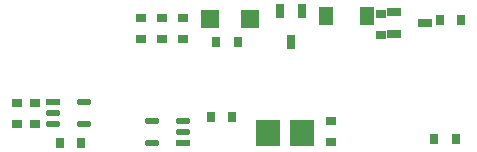
<source format=gtp>
%FSTAX24Y24*%
%MOIN*%
G70*
G01*
G75*
G04 Layer_Color=8421504*
%ADD10O,0.0472X0.0217*%
%ADD11R,0.0472X0.0217*%
%ADD12R,0.0374X0.0315*%
%ADD13R,0.0630X0.0630*%
%ADD14R,0.0256X0.0472*%
%ADD15R,0.0472X0.0256*%
%ADD16R,0.0315X0.0374*%
%ADD17R,0.0492X0.0630*%
%ADD18R,0.0807X0.0886*%
G04:AMPARAMS|DCode=19|XSize=21.7mil|YSize=47.2mil|CornerRadius=0mil|HoleSize=0mil|Usage=FLASHONLY|Rotation=90.000|XOffset=0mil|YOffset=0mil|HoleType=Round|Shape=Octagon|*
%AMOCTAGOND19*
4,1,8,-0.0236,-0.0054,-0.0236,0.0054,-0.0182,0.0108,0.0182,0.0108,0.0236,0.0054,0.0236,-0.0054,0.0182,-0.0108,-0.0182,-0.0108,-0.0236,-0.0054,0.0*
%
%ADD19OCTAGOND19*%

%ADD20C,0.0100*%
%ADD21C,0.0709*%
%ADD22C,0.1575*%
%ADD23C,0.0591*%
%ADD24C,0.0472*%
%ADD25C,0.0551*%
%ADD26R,0.0591X0.0591*%
%ADD27C,0.0320*%
%ADD28O,0.0236X0.1200*%
%ADD29R,0.0236X0.1200*%
%ADD30O,0.0236X0.1204*%
%ADD31R,0.0630X0.0492*%
%ADD32C,0.0200*%
%ADD33C,0.0197*%
%ADD34C,0.0079*%
%ADD35C,0.0080*%
%ADD36C,0.0039*%
%ADD37C,0.0004*%
%ADD38C,0.0020*%
%ADD39C,0.0030*%
D10*
X23781Y141712D02*
D03*
Y14246D02*
D03*
X238844Y142086D02*
D03*
Y14246D02*
D03*
D11*
Y141712D02*
D03*
X234535Y14309D02*
D03*
D12*
X23745Y145196D02*
D03*
Y145904D02*
D03*
X23815Y145196D02*
D03*
Y145904D02*
D03*
X23885Y145196D02*
D03*
Y145904D02*
D03*
X243774Y14245D02*
D03*
Y141741D02*
D03*
X245465Y146034D02*
D03*
Y145326D02*
D03*
X233931Y142362D02*
D03*
Y143071D02*
D03*
X233322Y143071D02*
D03*
Y142362D02*
D03*
D13*
X241087Y145847D02*
D03*
X239749D02*
D03*
D14*
X242456Y145087D02*
D03*
X24283Y146132D02*
D03*
X242082D02*
D03*
D15*
X246928Y145726D02*
D03*
X245884Y1461D02*
D03*
Y145352D02*
D03*
D16*
X2405Y142606D02*
D03*
X239792D02*
D03*
X239972Y145096D02*
D03*
X24068D02*
D03*
X248135Y145816D02*
D03*
X247426D02*
D03*
X247948Y14185D02*
D03*
X247239D02*
D03*
X234758Y141732D02*
D03*
X235467D02*
D03*
D17*
X243636Y145944D02*
D03*
X244994D02*
D03*
D18*
X241688Y142056D02*
D03*
X24281D02*
D03*
D19*
X234535Y142342D02*
D03*
Y142716D02*
D03*
X235569Y142342D02*
D03*
Y14309D02*
D03*
M02*

</source>
